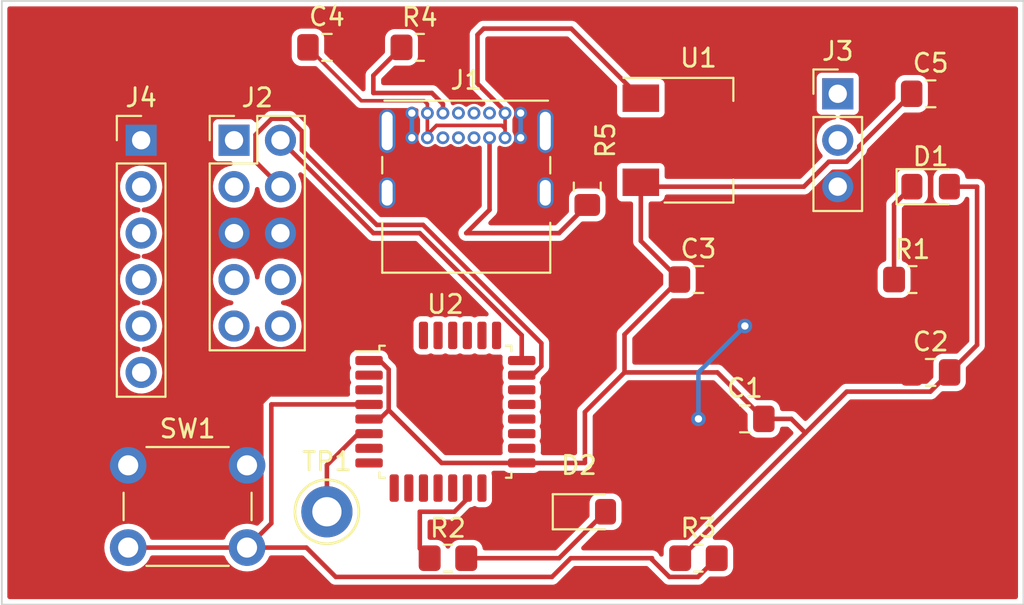
<source format=kicad_pcb>
(kicad_pcb (version 20211014) (generator pcbnew)
  (layers (0 "F.Cu" signal) (31 "B.Cu" signal) (34 "B.Paste" user) (35 "F.Paste" user) (36 "B.SilkS" user "B.Silkscreen") (37 "F.SilkS" user "F.Silkscreen") (38 "B.Mask" user) (39 "F.Mask" user) (44 "Edge.Cuts" user))
  (net 0 "")
  (net 1 "GND")
  (net 2 "Net-(D1-Pad1)")
  (net 3 "Net-(R2-Pad2)")
  (net 10 "/RST")
  (net 11 "/SWCLK")
  (net 12 "/SWDIO")
  (net 13 "/SCK")
  (net 14 "/SDA")
  (net 15 "Net-(R2-Pad1)")
  (net 16 "Net-(R3-Pad2)")
  (net 17 "Net-(U2-Pad6)")
  (net 39 "/CTS")
  (net 41 "/TX")
  (net 42 "/RX")
  (net 43 "/DTR")
  (net 44 "/SWIM")
  (net 49 "+5V")
  (net 50 "+3V3")
  (net 51 "Net-(J1-PadA5)")
  (net 52 "Net-(J1-PadB5)")
  (footprint "Resistor_SMD:R_0805_2012Metric_Pad1.20x1.40mm_HandSolder" (layer "F.Cu") (at 156.48 76.2)
    (fp_text reference "R2" (at 0 -1.65) (layer "F.SilkS"))
    (fp_text value "330")
    (fp_line (start -0.227064 0.735) (end 0.227064 0.735) (layer "F.SilkS") (width 0.12))
    (fp_line (start -0.227064 -0.735) (end 0.227064 -0.735) (layer "F.SilkS") (width 0.12))
    (pad "1" smd roundrect (at -1 0) (size 1.2 1.4) (layers "F.Cu" "F.Paste" "F.Mask") (roundrect_rratio 0.2083333333) (net 15 "Net-(R2-Pad1)"))
    (pad "2" smd roundrect (at 1 0) (size 1.2 1.4) (layers "F.Cu" "F.Paste" "F.Mask") (roundrect_rratio 0.2083333333) (net 3 "Net-(R2-Pad2)"))
  )
  (footprint "Capacitor_SMD:C_0805_2012Metric_Pad1.18x1.45mm_HandSolder" (layer "F.Cu") (at 182.88 50.8)
    (fp_text reference "C5" (at 0 -1.68) (layer "F.SilkS"))
    (fp_text value "1uF")
    (fp_line (start -0.261252 -0.735) (end 0.261252 -0.735) (layer "F.SilkS") (width 0.12))
    (fp_line (start -0.261252 0.735) (end 0.261252 0.735) (layer "F.SilkS") (width 0.12))
    (pad "1" smd roundrect (at -1.0375 0) (size 1.175 1.45) (layers "F.Cu" "F.Paste" "F.Mask") (roundrect_rratio 0.2127659574) (net 50 "+3V3"))
    (pad "2" smd roundrect (at 1.0375 0) (size 1.175 1.45) (layers "F.Cu" "F.Paste" "F.Mask") (roundrect_rratio 0.2127659574) (net 1 "GND"))
  )
  (footprint "Connector_PinHeader_2.54mm:PinHeader_1x03_P2.54mm_Vertical" (layer "F.Cu") (at 177.8 50.8)
    (fp_text reference "J3" (at 0 -2.33) (layer "F.SilkS"))
    (fp_text value "Conn_01x03_Female")
    (fp_line (start -1.33 0) (end -1.33 -1.33) (layer "F.SilkS") (width 0.12))
    (fp_line (start -1.33 -1.33) (end 0 -1.33) (layer "F.SilkS") (width 0.12))
    (fp_line (start -1.33 1.27) (end -1.33 6.41) (layer "F.SilkS") (width 0.12))
    (fp_line (start -1.33 1.27) (end 1.33 1.27) (layer "F.SilkS") (width 0.12))
    (fp_line (start 1.33 1.27) (end 1.33 6.41) (layer "F.SilkS") (width 0.12))
    (fp_line (start -1.33 6.41) (end 1.33 6.41) (layer "F.SilkS") (width 0.12))
    (pad "1" thru_hole rect (at 0 0) (size 1.7 1.7) (drill 1) (layers *.Cu *.Mask) (net 13 "/SCK"))
    (pad "2" thru_hole oval (at 0 2.54) (size 1.7 1.7) (drill 1) (layers *.Cu *.Mask) (net 14 "/SDA"))
    (pad "3" thru_hole oval (at 0 5.08) (size 1.7 1.7) (drill 1) (layers *.Cu *.Mask) (net 1 "GND"))
  )
  (footprint "Capacitor_SMD:C_0805_2012Metric_Pad1.18x1.45mm_HandSolder" (layer "F.Cu") (at 149.86 48.26)
    (fp_text reference "C4" (at 0 -1.68) (layer "F.SilkS"))
    (fp_text value "10uF")
    (fp_line (start -0.261252 0.735) (end 0.261252 0.735) (layer "F.SilkS") (width 0.12))
    (fp_line (start -0.261252 -0.735) (end 0.261252 -0.735) (layer "F.SilkS") (width 0.12))
    (pad "1" smd roundrect (at -1.0375 0) (size 1.175 1.45) (layers "F.Cu" "F.Paste" "F.Mask") (roundrect_rratio 0.2127659574) (net 49 "+5V"))
    (pad "2" smd roundrect (at 1.0375 0) (size 1.175 1.45) (layers "F.Cu" "F.Paste" "F.Mask") (roundrect_rratio 0.2127659574) (net 1 "GND"))
  )
  (footprint "Button_Switch_THT:SW_PUSH_6mm_H4.3mm" (layer "F.Cu") (at 138.99 71.12)
    (fp_text reference "SW1" (at 3.25 -2) (layer "F.SilkS"))
    (fp_text value "SW_Push")
    (fp_line (start -0.25 1.5) (end -0.25 3) (layer "F.SilkS") (width 0.12))
    (fp_line (start 1 5.5) (end 5.5 5.5) (layer "F.SilkS") (width 0.12))
    (fp_line (start 6.75 3) (end 6.75 1.5) (layer "F.SilkS") (width 0.12))
    (fp_line (start 5.5 -1) (end 1 -1) (layer "F.SilkS") (width 0.12))
    (pad "1" thru_hole circle (at 0 0 90) (size 2 2) (drill 1.1) (layers *.Cu *.Mask) (net 1 "GND"))
    (pad "1" thru_hole circle (at 6.5 0 90) (size 2 2) (drill 1.1) (layers *.Cu *.Mask) (net 1 "GND"))
    (pad "2" thru_hole circle (at 6.5 4.5 90) (size 2 2) (drill 1.1) (layers *.Cu *.Mask) (net 16 "Net-(R3-Pad2)"))
    (pad "2" thru_hole circle (at 0 4.5 90) (size 2 2) (drill 1.1) (layers *.Cu *.Mask) (net 16 "Net-(R3-Pad2)"))
  )
  (footprint "Capacitor_SMD:C_0805_2012Metric_Pad1.18x1.45mm_HandSolder" (layer "F.Cu") (at 182.88 66.04)
    (fp_text reference "C2" (at 0 -1.68) (layer "F.SilkS"))
    (fp_text value "0.1uF")
    (fp_line (start -0.261252 -0.735) (end 0.261252 -0.735) (layer "F.SilkS") (width 0.12))
    (fp_line (start -0.261252 0.735) (end 0.261252 0.735) (layer "F.SilkS") (width 0.12))
    (pad "1" smd roundrect (at -1.0375 0) (size 1.175 1.45) (layers "F.Cu" "F.Paste" "F.Mask") (roundrect_rratio 0.2127659574) (net 1 "GND"))
    (pad "2" smd roundrect (at 1.0375 0) (size 1.175 1.45) (layers "F.Cu" "F.Paste" "F.Mask") (roundrect_rratio 0.2127659574) (net 50 "+3V3"))
  )
  (footprint "Connector_USB:USB_C_Receptacle_GCT_USB4085" (layer "F.Cu") (at 154.505 51.855)
    (fp_text reference "J1" (at 2.975 -1.8) (layer "F.SilkS"))
    (fp_text value "USB_C_Receptacle_USB2.0")
    (fp_line (start -1.62 6) (end -1.62 8.73) (layer "F.SilkS") (width 0.12))
    (fp_line (start 7.57 2.4) (end 7.57 3.3) (layer "F.SilkS") (width 0.12))
    (fp_line (start -1.5 -0.68) (end 7.45 -0.68) (layer "F.SilkS") (width 0.12))
    (fp_line (start -1.62 2.4) (end -1.62 3.3) (layer "F.SilkS") (width 0.12))
    (fp_line (start -1.62 8.73) (end 7.57 8.73) (layer "F.SilkS") (width 0.12))
    (fp_line (start 7.57 6) (end 7.57 8.73) (layer "F.SilkS") (width 0.12))
    (pad "A1" thru_hole circle (at 0 0) (size 0.7 0.7) (drill 0.4) (layers *.Cu *.Mask) (net 1 "GND"))
    (pad "A4" thru_hole circle (at 0.85 0) (size 0.7 0.7) (drill 0.4) (layers *.Cu *.Mask) (net 49 "+5V"))
    (pad "A5" thru_hole circle (at 1.7 0) (size 0.7 0.7) (drill 0.4) (layers *.Cu *.Mask) (net 51 "Net-(J1-PadA5)"))
    (pad "A6" thru_hole circle (at 2.55 0) (size 0.7 0.7) (drill 0.4) (layers *.Cu *.Mask))
    (pad "A7" thru_hole circle (at 3.4 0) (size 0.7 0.7) (drill 0.4) (layers *.Cu *.Mask))
    (pad "A8" thru_hole circle (at 4.25 0) (size 0.7 0.7) (drill 0.4) (layers *.Cu *.Mask))
    (pad "A9" thru_hole circle (at 5.1 0) (size 0.7 0.7) (drill 0.4) (layers *.Cu *.Mask) (net 49 "+5V"))
    (pad "A12" thru_hole circle (at 5.95 0) (size 0.7 0.7) (drill 0.4) (layers *.Cu *.Mask) (net 1 "GND"))
    (pad "B1" thru_hole circle (at 5.95 1.35) (size 0.7 0.7) (drill 0.4) (layers *.Cu *.Mask) (net 1 "GND"))
    (pad "B4" thru_hole circle (at 5.1 1.35) (size 0.7 0.7) (drill 0.4) (layers *.Cu *.Mask) (net 49 "+5V"))
    (pad "B5" thru_hole circle (at 4.25 1.35) (size 0.7 0.7) (drill 0.4) (layers *.Cu *.Mask) (net 52 "Net-(J1-PadB5)"))
    (pad "B6" thru_hole circle (at 3.4 1.35) (size 0.7 0.7) (drill 0.4) (layers *.Cu *.Mask))
    (pad "B7" thru_hole circle (at 2.55 1.35) (size 0.7 0.7) (drill 0.4) (layers *.Cu *.Mask))
    (pad "B8" thru_hole circle (at 1.7 1.35) (size 0.7 0.7) (drill 0.4) (layers *.Cu *.Mask))
    (pad "B9" thru_hole circle (at 0.85 1.35) (size 0.7 0.7) (drill 0.4) (layers *.Cu *.Mask) (net 49 "+5V"))
    (pad "B12" thru_hole circle (at 0 1.35) (size 0.7 0.7) (drill 0.4) (layers *.Cu *.Mask) (net 1 "GND"))
    (pad "S1" thru_hole oval (at 7.3 0.98) (size 0.9 2.4) (drill oval 0.6 2.1) (layers *.Cu *.Mask) (net 1 "GND"))
    (pad "S1" thru_hole oval (at 7.3 4.36) (size 0.9 1.7) (drill oval 0.6 1.4) (layers *.Cu *.Mask) (net 1 "GND"))
    (pad "S1" thru_hole oval (at -1.35 0.98) (size 0.9 2.4) (drill oval 0.6 2.1) (layers *.Cu *.Mask) (net 1 "GND"))
    (pad "S1" thru_hole oval (at -1.35 4.36) (size 0.9 1.7) (drill oval 0.6 1.4) (layers *.Cu *.Mask) (net 1 "GND"))
  )
  (footprint "LED_SMD:LED_0805_2012Metric_Pad1.15x1.40mm_HandSolder" (layer "F.Cu") (at 182.88 55.88)
    (fp_text reference "D1" (at 0 -1.65) (layer "F.SilkS"))
    (fp_text value "LED")
    (fp_line (start -1.86 0.96) (end 1 0.96) (layer "F.SilkS") (width 0.12))
    (fp_line (start 1 -0.96) (end -1.86 -0.96) (layer "F.SilkS") (width 0.12))
    (fp_line (start -1.86 -0.96) (end -1.86 0.96) (layer "F.SilkS") (width 0.12))
    (pad "1" smd roundrect (at -1.025 0) (size 1.15 1.4) (layers "F.Cu" "F.Paste" "F.Mask") (roundrect_rratio 0.2173913043) (net 2 "Net-(D1-Pad1)"))
    (pad "2" smd roundrect (at 1.025 0) (size 1.15 1.4) (layers "F.Cu" "F.Paste" "F.Mask") (roundrect_rratio 0.2173913043) (net 50 "+3V3"))
  )
  (footprint "Connector_PinHeader_2.54mm:PinHeader_2x05_P2.54mm_Vertical" (layer "F.Cu") (at 144.78 53.34)
    (fp_text reference "J2" (at 1.27 -2.33) (layer "F.SilkS"))
    (fp_text value "Conn_02x05_Odd_Even")
    (fp_line (start -1.33 11.49) (end 3.87 11.49) (layer "F.SilkS") (width 0.12))
    (fp_line (start -1.33 0) (end -1.33 -1.33) (layer "F.SilkS") (width 0.12))
    (fp_line (start 1.27 1.27) (end 1.27 -1.33) (layer "F.SilkS") (width 0.12))
    (fp_line (start -1.33 1.27) (end -1.33 11.49) (layer "F.SilkS") (width 0.12))
    (fp_line (start -1.33 1.27) (end 1.27 1.27) (layer "F.SilkS") (width 0.12))
    (fp_line (start 1.27 -1.33) (end 3.87 -1.33) (layer "F.SilkS") (width 0.12))
    (fp_line (start 3.87 -1.33) (end 3.87 11.49) (layer "F.SilkS") (width 0.12))
    (fp_line (start -1.33 -1.33) (end 0 -1.33) (layer "F.SilkS") (width 0.12))
    (pad "1" thru_hole rect (at 0 0) (size 1.7 1.7) (drill 1) (layers *.Cu *.Mask) (net 10 "/RST"))
    (pad "2" thru_hole oval (at 2.54 0) (size 1.7 1.7) (drill 1) (layers *.Cu *.Mask) (net 11 "/SWCLK"))
    (pad "3" thru_hole oval (at 0 2.54) (size 1.7 1.7) (drill 1) (layers *.Cu *.Mask) (net 44 "/SWIM"))
    (pad "4" thru_hole oval (at 2.54 2.54) (size 1.7 1.7) (drill 1) (layers *.Cu *.Mask) (net 12 "/SWDIO"))
    (pad "5" thru_hole oval (at 0 5.08) (size 1.7 1.7) (drill 1) (layers *.Cu *.Mask) (net 1 "GND"))
    (pad "6" thru_hole oval (at 2.54 5.08) (size 1.7 1.7) (drill 1) (layers *.Cu *.Mask) (net 1 "GND"))
    (pad "7" thru_hole oval (at 0 7.62) (size 1.7 1.7) (drill 1) (layers *.Cu *.Mask))
    (pad "8" thru_hole oval (at 2.54 7.62) (size 1.7 1.7) (drill 1) (layers *.Cu *.Mask))
    (pad "9" thru_hole oval (at 0 10.16) (size 1.7 1.7) (drill 1) (layers *.Cu *.Mask))
    (pad "10" thru_hole oval (at 2.54 10.16) (size 1.7 1.7) (drill 1) (layers *.Cu *.Mask))
  )
  (footprint "Resistor_SMD:R_0805_2012Metric_Pad1.20x1.40mm_HandSolder" (layer "F.Cu") (at 181.88 60.96)
    (fp_text reference "R1" (at 0 -1.65) (layer "F.SilkS"))
    (fp_text value "330")
    (fp_line (start -0.227064 -0.735) (end 0.227064 -0.735) (layer "F.SilkS") (width 0.12))
    (fp_line (start -0.227064 0.735) (end 0.227064 0.735) (layer "F.SilkS") (width 0.12))
    (pad "1" smd roundrect (at -1 0) (size 1.2 1.4) (layers "F.Cu" "F.Paste" "F.Mask") (roundrect_rratio 0.2083333333) (net 2 "Net-(D1-Pad1)"))
    (pad "2" smd roundrect (at 1 0) (size 1.2 1.4) (layers "F.Cu" "F.Paste" "F.Mask") (roundrect_rratio 0.2083333333) (net 1 "GND"))
  )
  (footprint "LED_SMD:LED_0805_2012Metric_Pad1.15x1.40mm_HandSolder" (layer "F.Cu") (at 164.075 73.66)
    (fp_text reference "D2" (at -0.43 -2.54) (layer "F.SilkS"))
    (fp_text value "LED")
    (fp_line (start 1 -0.96) (end -1.86 -0.96) (layer "F.SilkS") (width 0.12))
    (fp_line (start -1.86 -0.96) (end -1.86 0.96) (layer "F.SilkS") (width 0.12))
    (fp_line (start -1.86 0.96) (end 1 0.96) (layer "F.SilkS") (width 0.12))
    (pad "1" smd roundrect (at -1.025 0) (size 1.15 1.4) (layers "F.Cu" "F.Paste" "F.Mask") (roundrect_rratio 0.2173913043) (net 1 "GND"))
    (pad "2" smd roundrect (at 1.025 0) (size 1.15 1.4) (layers "F.Cu" "F.Paste" "F.Mask") (roundrect_rratio 0.2173913043) (net 3 "Net-(R2-Pad2)"))
  )
  (footprint "Capacitor_SMD:C_0805_2012Metric_Pad1.18x1.45mm_HandSolder" (layer "F.Cu") (at 172.72 68.58)
    (fp_text reference "C1" (at 0 -1.68) (layer "F.SilkS"))
    (fp_text value "0.1uF")
    (fp_line (start -0.261252 -0.735) (end 0.261252 -0.735) (layer "F.SilkS") (width 0.12))
    (fp_line (start -0.261252 0.735) (end 0.261252 0.735) (layer "F.SilkS") (width 0.12))
    (pad "1" smd roundrect (at -1.0375 0) (size 1.175 1.45) (layers "F.Cu" "F.Paste" "F.Mask") (roundrect_rratio 0.212766) (net 1 "GND"))
    (pad "2" smd roundrect (at 1.0375 0) (size 1.175 1.45) (layers "F.Cu" "F.Paste" "F.Mask") (roundrect_rratio 0.212766) (net 50 "+3V3"))
  )
  (footprint "Package_QFP:LQFP-32_7x7mm_P0.8mm" (layer "F.Cu") (at 156.34 68.19)
    (fp_text reference "U2" (at 0 -5.88) (layer "F.SilkS"))
    (fp_text value "STM32L031K6Tx")
    (fp_line (start -3.31 3.61) (end -3.61 3.61) (layer "F.SilkS") (width 0.12))
    (fp_line (start -3.61 3.61) (end -3.61 3.31) (layer "F.SilkS") (width 0.12))
    (fp_line (start -3.61 -3.61) (end -3.61 -3.31) (layer "F.SilkS") (width 0.12))
    (fp_line (start 3.31 3.61) (end 3.61 3.61) (layer "F.SilkS") (width 0.12))
    (fp_line (start 3.61 -3.61) (end 3.61 -3.31) (layer "F.SilkS") (width 0.12))
    (fp_line (start 3.31 -3.61) (end 3.61 -3.61) (layer "F.SilkS") (width 0.12))
    (fp_line (start 3.61 3.61) (end 3.61 3.31) (layer "F.SilkS") (width 0.12))
    (fp_line (start -3.31 -3.61) (end -3.61 -3.61) (layer "F.SilkS") (width 0.12))
    (fp_line (start -3.61 -3.31) (end -4.925 -3.31) (layer "F.SilkS") (width 0.12))
    (pad "1" smd roundrect (at -4.175 -2.8) (size 1.5 0.5) (layers "F.Cu" "F.Paste" "F.Mask") (net 50 "+3V3"))
    (pad "2" smd roundrect (at -4.175 -2) (size 1.5 0.5) (layers "F.Cu" "F.Paste" "F.Mask"))
    (pad "3" smd roundrect (at -4.175 -1.2) (size 1.5 0.5) (layers "F.Cu" "F.Paste" "F.Mask"))
    (pad "4" smd roundrect (at -4.175 -0.4) (size 1.5 0.5) (layers "F.Cu" "F.Paste" "F.Mask") (net 16 "Net-(R3-Pad2)"))
    (pad "5" smd roundrect (at -4.175 0.4) (size 1.5 0.5) (layers "F.Cu" "F.Paste" "F.Mask") (net 50 "+3V3"))
    (pad "6" smd roundrect (at -4.175 1.2) (size 1.5 0.5) (layers "F.Cu" "F.Paste" "F.Mask") (net 17 "Net-(U2-Pad6)"))
    (pad "7" smd roundrect (at -4.175 2) (size 1.5 0.5) (layers "F.Cu" "F.Paste" "F.Mask"))
    (pad "8" smd roundrect (at -4.175 2.8) (size 1.5 0.5) (layers "F.Cu" "F.Paste" "F.Mask"))
    (pad "9" smd roundrect (at -2.8 4.175) (size 0.5 1.5) (layers "F.Cu" "F.Paste" "F.Mask"))
    (pad "10" smd roundrect (at -2 4.175) (size 0.5 1.5) (layers "F.Cu" "F.Paste" "F.Mask"))
    (pad "11" smd roundrect (at -1.2 4.175) (size 0.5 1.5) (layers "F.Cu" "F.Paste" "F.Mask"))
    (pad "12" smd roundrect (at -0.4 4.175) (size 0.5 1.5) (layers "F.Cu" "F.Paste" "F.Mask"))
    (pad "13" smd roundrect (at 0.4 4.175) (size 0.5 1.5) (layers "F.Cu" "F.Paste" "F.Mask"))
    (pad "14" smd roundrect (at 1.2 4.175) (size 0.5 1.5) (layers "F.Cu" "F.Paste" "F.Mask") (net 15 "Net-(R2-Pad1)"))
    (pad "15" smd roundrect (at 2 4.175) (size 0.5 1.5) (layers "F.Cu" "F.Paste" "F.Mask"))
    (pad "16" smd roundrect (at 2.8 4.175) (size 0.5 1.5) (layers "F.Cu" "F.Paste" "F.Mask") (net 1 "GND"))
    (pad "17" smd roundrect (at 4.175 2.8) (size 1.5 0.5) (layers "F.Cu" "F.Paste" "F.Mask") (net 50 "+3V3"))
    (pad "18" smd roundrect (at 4.175 2) (size 1.5 0.5) (layers "F.Cu" "F.Paste" "F.Mask"))
    (pad "19" smd roundrect (at 4.175 1.2) (size 1.5 0.5) (layers "F.Cu" "F.Paste" "F.Mask"))
    (pad "20" smd roundrect (at 4.175 0.4) (size 1.5 0.5) (layers "F.Cu" "F.Paste" "F.Mask"))
    (pad "21" smd roundrect (at 4.175 -0.4) (size 1.5 0.5) (layers "F.Cu" "F.Paste" "F.Mask"))
    (pad "22" smd roundrect (at 4.175 -1.2) (size 1.5 0.5) (layers "F.Cu" "F.Paste" "F.Mask"))
    (pad "23" smd roundrect (at 4.175 -2) (size 1.5 0.5) (layers "F.Cu" "F.Paste" "F.Mask") (net 12 "/SWDIO"))
    (pad "24" smd roundrect (at 4.175 -2.8) (size 1.5 0.5) (layers "F.Cu" "F.Paste" "F.Mask") (net 11 "/SWCLK"))
    (pad "25" smd roundrect (at 2.8 -4.175) (size 0.5 1.5) (layers "F.Cu" "F.Paste" "F.Mask"))
    (pad "26" smd roundrect (at 2 -4.175) (size 0.5 1.5) (layers "F.Cu" "F.Paste" "F.Mask"))
    (pad "27" smd roundrect (at 1.2 -4.175) (size 0.5 1.5) (layers "F.Cu" "F.Paste" "F.Mask"))
    (pad "28" smd roundrect (at 0.4 -4.175) (size 0.5 1.5) (layers "F.Cu" "F.Paste" "F.Mask"))
    (pad "29" smd roundrect (at -0.4 -4.175) (size 0.5 1.5) (layers "F.Cu" "F.Paste" "F.Mask"))
    (pad "30" smd roundrect (at -1.2 -4.175) (size 0.5 1.5) (layers "F.Cu" "F.Paste" "F.Mask"))
    (pad "31" smd roundrect (at -2 -4.175) (size 0.5 1.5) (layers "F.Cu" "F.Paste" "F.Mask") (net 1 "GND"))
    (pad "32" smd roundrect (at -2.8 -4.175) (size 0.5 1.5) (layers "F.Cu" "F.Paste" "F.Mask") (net 1 "GND"))
  )
  (footprint "Resistor_SMD:R_0805_2012Metric_Pad1.20x1.40mm_HandSolder" (layer "F.Cu") (at 164.1 55.88 90)
    (fp_text reference "R5" (at 2.54 1 90) (layer "F.SilkS"))
    (fp_text value "5.1k")
    (fp_line (start -0.227064 0.735) (end 0.227064 0.735) (layer "F.SilkS") (width 0.12))
    (fp_line (start -0.227064 -0.735) (end 0.227064 -0.735) (layer "F.SilkS") (width 0.12))
    (pad "1" smd roundrect (at -1 0 90) (size 1.2 1.4) (layers "F.Cu" "F.Paste" "F.Mask") (roundrect_rratio 0.208333) (net 52 "Net-(J1-PadB5)"))
    (pad "2" smd roundrect (at 1 0 90) (size 1.2 1.4) (layers "F.Cu" "F.Paste" "F.Mask") (roundrect_rratio 0.208333) (net 1 "GND"))
  )
  (footprint "Resistor_SMD:R_0805_2012Metric_Pad1.20x1.40mm_HandSolder" (layer "F.Cu") (at 170.18 76.2)
    (fp_text reference "R3" (at 0 -1.65) (layer "F.SilkS"))
    (fp_text value "4.7k")
    (fp_line (start -0.227064 0.735) (end 0.227064 0.735) (layer "F.SilkS") (width 0.12))
    (fp_line (start -0.227064 -0.735) (end 0.227064 -0.735) (layer "F.SilkS") (width 0.12))
    (pad "1" smd roundrect (at -1 0) (size 1.2 1.4) (layers "F.Cu" "F.Paste" "F.Mask") (roundrect_rratio 0.2083333333) (net 50 "+3V3"))
    (pad "2" smd roundrect (at 1 0) (size 1.2 1.4) (layers "F.Cu" "F.Paste" "F.Mask") (roundrect_rratio 0.2083333333) (net 16 "Net-(R3-Pad2)"))
  )
  (footprint "Package_TO_SOT_SMD:SOT-223-3_TabPin2" (layer "F.Cu") (at 170.18 53.34)
    (fp_text reference "U1" (at 0 -4.5) (layer "F.SilkS"))
    (fp_text value "TC1262-33")
    (fp_line (start 1.91 -3.41) (end 1.91 -2.15) (layer "F.SilkS") (width 0.12))
    (fp_line (start -4.1 -3.41) (end 1.91 -3.41) (layer "F.SilkS") (width 0.12))
    (fp_line (start -1.85 3.41) (end 1.91 3.41) (layer "F.SilkS") (width 0.12))
    (fp_line (start 1.91 3.41) (end 1.91 2.15) (layer "F.SilkS") (width 0.12))
    (pad "1" smd rect (at -3.15 -2.3) (size 2 1.5) (layers "F.Cu" "F.Paste" "F.Mask") (net 49 "+5V"))
    (pad "2" smd rect (at 3.15 0) (size 2 3.8) (layers "F.Cu" "F.Paste" "F.Mask") (net 1 "GND"))
    (pad "2" smd rect (at -3.15 0) (size 2 1.5) (layers "F.Cu" "F.Paste" "F.Mask") (net 1 "GND"))
    (pad "3" smd rect (at -3.15 2.3) (size 2 1.5) (layers "F.Cu" "F.Paste" "F.Mask") (net 50 "+3V3"))
  )
  (footprint "Connector_PinHeader_2.54mm:PinHeader_1x06_P2.54mm_Vertical" (layer "F.Cu") (at 139.7 53.34)
    (fp_text reference "J4" (at 0 -2.33) (layer "F.SilkS"))
    (fp_text value "Conn_01x06_Female")
    (fp_line (start -1.33 1.27) (end 1.33 1.27) (layer "F.SilkS") (width 0.12))
    (fp_line (start 1.33 1.27) (end 1.33 14.03) (layer "F.SilkS") (width 0.12))
    (fp_line (start -1.33 1.27) (end -1.33 14.03) (layer "F.SilkS") (width 0.12))
    (fp_line (start -1.33 -1.33) (end 0 -1.33) (layer "F.SilkS") (width 0.12))
    (fp_line (start -1.33 14.03) (end 1.33 14.03) (layer "F.SilkS") (width 0.12))
    (fp_line (start -1.33 0) (end -1.33 -1.33) (layer "F.SilkS") (width 0.12))
    (pad "1" thru_hole rect (at 0 0) (size 1.7 1.7) (drill 1) (layers *.Cu *.Mask) (net 1 "GND"))
    (pad "2" thru_hole oval (at 0 2.54) (size 1.7 1.7) (drill 1) (layers *.Cu *.Mask) (net 39 "/CTS"))
    (pad "3" thru_hole oval (at 0 5.08) (size 1.7 1.7) (drill 1) (layers *.Cu *.Mask))
    (pad "4" thru_hole oval (at 0 7.62) (size 1.7 1.7) (drill 1) (layers *.Cu *.Mask) (net 41 "/TX"))
    (pad "5" thru_hole oval (at 0 10.16) (size 1.7 1.7) (drill 1) (layers *.Cu *.Mask) (net 42 "/RX"))
    (pad "6" thru_hole oval (at 0 12.7) (size 1.7 1.7) (drill 1) (layers *.Cu *.Mask) (net 43 "/DTR"))
  )
  (footprint "Capacitor_SMD:C_0805_2012Metric_Pad1.18x1.45mm_HandSolder" (layer "F.Cu") (at 170.18 60.96)
    (fp_text reference "C3" (at 0 -1.68) (layer "F.SilkS"))
    (fp_text value "0.1uF")
    (fp_line (start -0.261252 0.735) (end 0.261252 0.735) (layer "F.SilkS") (width 0.12))
    (fp_line (start -0.261252 -0.735) (end 0.261252 -0.735) (layer "F.SilkS") (width 0.12))
    (pad "1" smd roundrect (at -1.0375 0) (size 1.175 1.45) (layers "F.Cu" "F.Paste" "F.Mask") (roundrect_rratio 0.2127659574) (net 50 "+3V3"))
    (pad "2" smd roundrect (at 1.0375 0) (size 1.175 1.45) (layers "F.Cu" "F.Paste" "F.Mask") (roundrect_rratio 0.2127659574) (net 1 "GND"))
  )
  (footprint "Resistor_SMD:R_0805_2012Metric_Pad1.20x1.40mm_HandSolder" (layer "F.Cu") (at 154.94 48.26)
    (fp_text reference "R4" (at 0 -1.65) (layer "F.SilkS"))
    (fp_text value "5.1k")
    (fp_line (start -0.227064 0.735) (end 0.227064 0.735) (layer "F.SilkS") (width 0.12))
    (fp_line (start -0.227064 -0.735) (end 0.227064 -0.735) (layer "F.SilkS") (width 0.12))
    (pad "1" smd roundrect (at -1 0) (size 1.2 1.4) (layers "F.Cu" "F.Paste" "F.Mask") (roundrect_rratio 0.2083333333) (net 51 "Net-(J1-PadA5)"))
    (pad "2" smd roundrect (at 1 0) (size 1.2 1.4) (layers "F.Cu" "F.Paste" "F.Mask") (roundrect_rratio 0.2083333333) (net 1 "GND"))
  )
  (footprint "TestPoint:TestPoint_Keystone_5010-5014_Multipurpose" (layer "F.Cu") (at 149.86 73.66)
    (fp_text reference "TP1" (at 0 -2.75) (layer "F.SilkS"))
    (fp_text value "TestPoint")
    (fp_circle (center 0 0) (end 1.75 0) (layer "F.SilkS") (width 0.15) (fill none))
    (pad "1" thru_hole circle (at 0 0) (size 2.8 2.8) (drill 1.6) (layers *.Cu *.Mask) (net 17 "Net-(U2-Pad6)"))
  )
  (gr_rect (start 132.08 45.72) (end 187.96 78.74) (layer "Edge.Cuts") (width 0.1) (fill none))
  (segment (start 153.525 53.205) (end 153.155 52.835) (width 0.25) (layer "F.Cu") (net 1))
  (segment (start 145.49 71.12) (end 138.99 71.12) (width 0.25) (layer "F.Cu") (net 1))
  (segment (start 154.34 64.015) (end 153.54 64.015) (width 0.25) (layer "F.Cu") (net 1))
  (segment (start 161.805 52.835) (end 162.11048 53.14048) (width 0.25) (layer "F.Cu") (net 1))
  (segment (start 159.14 72.365) (end 160.435 73.66) (width 0.25) (layer "F.Cu") (net 1))
  (segment (start 154.505 53.205) (end 153.525 53.205) (width 0.25) (layer "F.Cu") (net 1))
  (segment (start 145.49 68.484283) (end 145.49 71.12) (width 0.25) (layer "F.Cu") (net 1))
  (segment (start 162.11048 55.90952) (end 161.805 56.215) (width 0.25) (layer "F.Cu") (net 1))
  (segment (start 161.435 53.205) (end 161.805 52.835) (width 0.25) (layer "F.Cu") (net 1))
  (segment (start 160.435 73.66) (end 163.05 73.66) (width 0.25) (layer "F.Cu") (net 1))
  (segment (start 160.455 53.205) (end 161.435 53.205) (width 0.25) (layer "F.Cu") (net 1))
  (segment (start 153.54 64.015) (end 149.959283 64.015) (width 0.25) (layer "F.Cu") (net 1))
  (segment (start 149.959283 64.015) (end 145.49 68.484283) (width 0.25) (layer "F.Cu") (net 1))
  (segment (start 162.11048 53.14048) (end 162.11048 55.90952) (width 0.25) (layer "F.Cu") (net 1))
  (via (at 170.18 68.58) (size 0.8) (drill 0.4) (layers "F.Cu" "B.Cu") (net 1))
  (via (at 172.72 63.5) (size 0.8) (drill 0.4) (layers "F.Cu" "B.Cu") (net 1))
  (segment (start 160.229511 53.34) (end 160.32 53.34) (width 0.25) (layer "B.Cu") (net 1))
  (segment (start 160.455 53.114511) (end 160.229511 53.34) (width 0.25) (layer "B.Cu") (net 1))
  (segment (start 160.455 51.855) (end 160.455 53.114511) (width 0.25) (layer "B.Cu") (net 1))
  (segment (start 154.505 51.855) (end 154.505 53.205) (width 0.25) (layer "B.Cu") (net 1))
  (segment (start 170.18 66.04) (end 170.18 68.58) (width 0.25) (layer "B.Cu") (net 1))
  (segment (start 160.32 53.34) (end 160.455 53.205) (width 0.25) (layer "B.Cu") (net 1))
  (segment (start 172.72 63.5) (end 170.18 66.04) (width 0.25) (layer "B.Cu") (net 1))
  (segment (start 181.855 55.88) (end 180.88 56.855) (width 0.25) (layer "F.Cu") (net 2))
  (segment (start 180.88 56.855) (end 180.88 60.96) (width 0.25) (layer "F.Cu") (net 2))
  (segment (start 165.1 73.66) (end 162.56 76.2) (width 0.25) (layer "F.Cu") (net 3))
  (segment (start 162.56 76.2) (end 157.48 76.2) (width 0.25) (layer "F.Cu") (net 3))
  (segment (start 160.515 64.004283) (end 154.930717 58.42) (width 0.25) (layer "F.Cu") (net 11))
  (segment (start 160.515 65.39) (end 160.515 64.004283) (width 0.25) (layer "F.Cu") (net 11))
  (segment (start 152.4 58.42) (end 147.32 53.34) (width 0.25) (layer "F.Cu") (net 11))
  (segment (start 154.930717 58.42) (end 152.4 58.42) (width 0.25) (layer "F.Cu") (net 11))
  (segment (start 145.954511 53.044479) (end 145.954511 54.514511) (width 0.25) (layer "F.Cu") (net 12))
  (segment (start 161.58952 65.701197) (end 161.58952 64.443086) (width 0.25) (layer "F.Cu") (net 12))
  (segment (start 161.100717 66.19) (end 161.58952 65.701197) (width 0.25) (layer "F.Cu") (net 12))
  (segment (start 147.806499 52.165489) (end 146.833501 52.165489) (width 0.25) (layer "F.Cu") (net 12))
  (segment (start 155.116914 57.97048) (end 152.586198 57.97048) (width 0.25) (layer "F.Cu") (net 12))
  (segment (start 161.58952 64.443086) (end 155.116914 57.97048) (width 0.25) (layer "F.Cu") (net 12))
  (segment (start 148.494511 53.878793) (end 148.494511 52.853501) (width 0.25) (layer "F.Cu") (net 12))
  (segment (start 146.833501 52.165489) (end 145.954511 53.044479) (width 0.25) (layer "F.Cu") (net 12))
  (segment (start 145.954511 54.514511) (end 147.32 55.88) (width 0.25) (layer "F.Cu") (net 12))
  (segment (start 148.494511 52.853501) (end 147.806499 52.165489) (width 0.25) (layer "F.Cu") (net 12))
  (segment (start 160.515 66.19) (end 161.100717 66.19) (width 0.25) (layer "F.Cu") (net 12))
  (segment (start 152.586198 57.97048) (end 148.494511 53.878793) (width 0.25) (layer "F.Cu") (net 12))
  (segment (start 154.94 73.66) (end 156.830717 73.66) (width 0.25) (layer "F.Cu") (net 15))
  (segment (start 155.48 76.2) (end 154.94 75.66) (width 0.25) (layer "F.Cu") (net 15))
  (segment (start 156.830717 73.66) (end 157.54 72.950717) (width 0.25) (layer "F.Cu") (net 15))
  (segment (start 154.94 75.66) (end 154.94 73.66) (width 0.25) (layer "F.Cu") (net 15))
  (segment (start 157.54 72.950717) (end 157.54 72.365) (width 0.25) (layer "F.Cu") (net 15))
  (segment (start 145.49 75.62) (end 148.74 75.62) (width 0.25) (layer "F.Cu") (net 16))
  (segment (start 168.592027 77.22452) (end 170.15548 77.22452) (width 0.25) (layer "F.Cu") (net 16))
  (segment (start 167.64 76.2) (end 167.64 76.272493) (width 0.25) (layer "F.Cu") (net 16))
  (segment (start 150.34452 77.22452) (end 162.171197 77.22452) (width 0.25) (layer "F.Cu") (net 16))
  (segment (start 146.82 67.79) (end 152.165 67.79) (width 0.25) (layer "F.Cu") (net 16))
  (segment (start 167.64 76.272493) (end 168.592027 77.22452) (width 0.25) (layer "F.Cu") (net 16))
  (segment (start 145.49 75.62) (end 138.99 75.62) (width 0.25) (layer "F.Cu") (net 16))
  (segment (start 146.82 74.29) (end 146.82 67.79) (width 0.25) (layer "F.Cu") (net 16))
  (segment (start 148.74 75.62) (end 150.34452 77.22452) (width 0.25) (layer "F.Cu") (net 16))
  (segment (start 162.171197 77.22452) (end 163.195717 76.2) (width 0.25) (layer "F.Cu") (net 16))
  (segment (start 163.195717 76.2) (end 167.64 76.2) (width 0.25) (layer "F.Cu") (net 16))
  (segment (start 145.49 75.62) (end 146.82 74.29) (width 0.25) (layer "F.Cu") (net 16))
  (segment (start 170.15548 77.22452) (end 171.18 76.2) (width 0.25) (layer "F.Cu") (net 16))
  (segment (start 149.86 71.109283) (end 151.579283 69.39) (width 0.25) (layer "F.Cu") (net 17))
  (segment (start 149.86 73.66) (end 149.86 71.109283) (width 0.25) (layer "F.Cu") (net 17))
  (segment (start 151.579283 69.39) (end 152.165 69.39) (width 0.25) (layer "F.Cu") (net 17))
  (segment (start 158.09548 47.572027) (end 158.432027 47.23548) (width 0.25) (layer "F.Cu") (net 49))
  (segment (start 158.09548 50.241576) (end 158.09548 47.572027) (width 0.25) (layer "F.Cu") (net 49))
  (segment (start 155.355 51.855) (end 155.355 53.205) (width 0.2) (layer "F.Cu") (net 49))
  (segment (start 148.8225 48.26) (end 151.742989 51.180489) (width 0.2) (layer "F.Cu") (net 49))
  (segment (start 163.22548 47.23548) (end 167.03 51.04) (width 0.25) (layer "F.Cu") (net 49))
  (segment (start 159.605 52.710026) (end 159.425463 52.530489) (width 0.2) (layer "F.Cu") (net 49))
  (segment (start 155.355 53.029511) (end 155.355 53.205) (width 0.25) (layer "F.Cu") (net 49))
  (segment (start 159.425463 52.530489) (end 155.854022 52.530489) (width 0.2) (layer "F.Cu") (net 49))
  (segment (start 158.432027 47.23548) (end 163.22548 47.23548) (width 0.25) (layer "F.Cu") (net 49))
  (segment (start 159.605 51.855) (end 159.605 53.205) (width 0.2) (layer "F.Cu") (net 49))
  (segment (start 151.742989 51.180489) (end 155.175463 51.180489) (width 0.2) (layer "F.Cu") (net 49))
  (segment (start 159.605 51.751096) (end 158.09548 50.241576) (width 0.25) (layer "F.Cu") (net 49))
  (segment (start 155.854022 52.530489) (end 155.355 53.029511) (width 0.2) (layer "F.Cu") (net 49))
  (segment (start 155.355 51.360026) (end 155.355 51.855) (width 0.2) (layer "F.Cu") (net 49))
  (segment (start 155.175463 51.180489) (end 155.355 51.360026) (width 0.2) (layer "F.Cu") (net 49))
  (segment (start 181.8425 50.8) (end 178.974511 53.667989) (width 0.25) (layer "F.Cu") (net 50))
  (segment (start 152.764022 65.39) (end 152.165 65.39) (width 0.25) (layer "F.Cu") (net 50))
  (segment (start 169.1425 60.96) (end 166.1375 63.965) (width 0.25) (layer "F.Cu") (net 50))
  (segment (start 183.905 55.88) (end 185.42 55.88) (width 0.25) (layer "F.Cu") (net 50))
  (segment (start 182.86798 67.08952) (end 183.9175 66.04) (width 0.25) (layer "F.Cu") (net 50))
  (segment (start 153.23952 65.878803) (end 153.23952 68.101197) (width 0.25) (layer "F.Cu") (net 50))
  (segment (start 175.26 68.58) (end 176.03 69.35) (width 0.25) (layer "F.Cu") (net 50))
  (segment (start 178.974511 53.667989) (end 178.974511 53.826499) (width 0.25) (layer "F.Cu") (net 50))
  (segment (start 173.7575 68.58) (end 175.26 68.58) (width 0.25) (layer "F.Cu") (net 50))
  (segment (start 160.515 70.99) (end 156.128323 70.99) (width 0.25) (layer "F.Cu") (net 50))
  (segment (start 166.1375 66.04) (end 163.97 68.2075) (width 0.25) (layer "F.Cu") (net 50))
  (segment (start 163.97 68.2075) (end 163.97 70.99) (width 0.25) (layer "F.Cu") (net 50))
  (segment (start 178.286499 54.514511) (end 177.313501 54.514511) (width 0.25) (layer "F.Cu") (net 50))
  (segment (start 153.23952 68.101197) (end 156.128323 70.99) (width 0.25) (layer "F.Cu") (net 50))
  (segment (start 171.2175 66.04) (end 166.1375 66.04) (width 0.25) (layer "F.Cu") (net 50))
  (segment (start 153.23952 68.101197) (end 152.750717 68.59) (width 0.25) (layer "F.Cu") (net 50))
  (segment (start 177.313501 54.514511) (end 175.948012 55.88) (width 0.25) (layer "F.Cu") (net 50))
  (segment (start 169.18 76.2) (end 176.03 69.35) (width 0.25) (layer "F.Cu") (net 50))
  (segment (start 152.165 65.39) (end 152.750717 65.39) (width 0.25) (layer "F.Cu") (net 50))
  (segment (start 163.97 70.99) (end 160.515 70.99) (width 0.25) (layer "F.Cu") (net 50))
  (segment (start 152.750717 68.59) (end 152.165 68.59) (width 0.25) (layer "F.Cu") (net 50))
  (segment (start 167.03 58.8475) (end 167.03 55.64) (width 0.25) (layer "F.Cu") (net 50))
  (segment (start 166.1375 63.965) (end 166.1375 66.04) (width 0.25) (layer "F.Cu") (net 50))
  (segment (start 152.750717 65.39) (end 153.23952 65.878803) (width 0.25) (layer "F.Cu") (net 50))
  (segment (start 178.29048 67.08952) (end 182.86798 67.08952) (width 0.25) (layer "F.Cu") (net 50))
  (segment (start 178.974511 53.826499) (end 178.286499 54.514511) (width 0.25) (layer "F.Cu") (net 50))
  (segment (start 173.7575 68.58) (end 171.2175 66.04) (width 0.25) (layer "F.Cu") (net 50))
  (segment (start 185.42 55.88) (end 185.42 64.5375) (width 0.25) (layer "F.Cu") (net 50))
  (segment (start 169.1425 60.96) (end 167.03 58.8475) (width 0.25) (layer "F.Cu") (net 50))
  (segment (start 185.42 64.5375) (end 183.9175 66.04) (width 0.25) (layer "F.Cu") (net 50))
  (segment (start 176.03 69.35) (end 178.29048 67.08952) (width 0.25) (layer "F.Cu") (net 50))
  (segment (start 175.948012 55.88) (end 167.64 55.88) (width 0.25) (layer "F.Cu") (net 50))
  (segment (start 152.4 50.755969) (end 152.4 49.8) (width 0.25) (layer "F.Cu") (net 51))
  (segment (start 152.4 49.8) (end 153.94 48.26) (width 0.25) (layer "F.Cu") (net 51))
  (segment (start 156.205 51.855) (end 156.205 51.360026) (width 0.25) (layer "F.Cu") (net 51))
  (segment (start 155.600944 50.75597) (end 152.4 50.755969) (width 0.25) (layer "F.Cu") (net 51))
  (segment (start 156.205 51.360026) (end 155.600944 50.75597) (width 0.25) (layer "F.Cu") (net 51))
  (segment (start 157.48 58.42) (end 158.755 57.145) (width 0.25) (layer "F.Cu") (net 52))
  (segment (start 158.755 57.145) (end 158.755 53.205) (width 0.25) (layer "F.Cu") (net 52))
  (segment (start 164.1 56.88) (end 162.56 58.42) (width 0.25) (layer "F.Cu") (net 52))
  (segment (start 162.56 58.42) (end 157.48 58.42) (width 0.25) (layer "F.Cu") (net 52))
  (zone (net 1) (net_name "GND") (layer "F.Cu") (connect_pads yes (clearance 0.3)) (min_thickness 0.254) (fill yes (thermal_gap 0.508) (thermal_bridge_width 0.508))
    (polygon (pts (xy 187.96 78.74) (xy 132.08 78.74) (xy 132.08 45.72) (xy 187.96 45.72)))
  )
)
</source>
